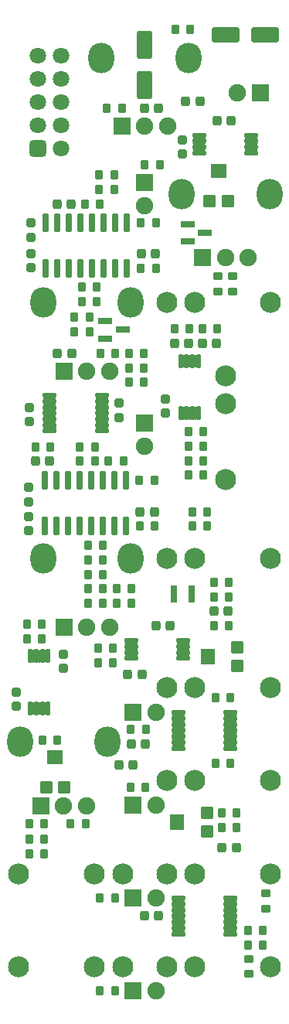
<source format=gbr>
%TF.GenerationSoftware,KiCad,Pcbnew,(6.0.9)*%
%TF.CreationDate,2022-12-28T20:00:02-08:00*%
%TF.ProjectId,kilter,6b696c74-6572-42e6-9b69-6361645f7063,rev?*%
%TF.SameCoordinates,Original*%
%TF.FileFunction,Soldermask,Bot*%
%TF.FilePolarity,Negative*%
%FSLAX46Y46*%
G04 Gerber Fmt 4.6, Leading zero omitted, Abs format (unit mm)*
G04 Created by KiCad (PCBNEW (6.0.9)) date 2022-12-28 20:00:02*
%MOMM*%
%LPD*%
G01*
G04 APERTURE LIST*
G04 Aperture macros list*
%AMRoundRect*
0 Rectangle with rounded corners*
0 $1 Rounding radius*
0 $2 $3 $4 $5 $6 $7 $8 $9 X,Y pos of 4 corners*
0 Add a 4 corners polygon primitive as box body*
4,1,4,$2,$3,$4,$5,$6,$7,$8,$9,$2,$3,0*
0 Add four circle primitives for the rounded corners*
1,1,$1+$1,$2,$3*
1,1,$1+$1,$4,$5*
1,1,$1+$1,$6,$7*
1,1,$1+$1,$8,$9*
0 Add four rect primitives between the rounded corners*
20,1,$1+$1,$2,$3,$4,$5,0*
20,1,$1+$1,$4,$5,$6,$7,0*
20,1,$1+$1,$6,$7,$8,$9,0*
20,1,$1+$1,$8,$9,$2,$3,0*%
G04 Aperture macros list end*
%ADD10RoundRect,0.051000X-0.900000X-0.900000X0.900000X-0.900000X0.900000X0.900000X-0.900000X0.900000X0*%
%ADD11C,1.902000*%
%ADD12C,2.302000*%
%ADD13RoundRect,0.051000X-0.900000X0.900000X-0.900000X-0.900000X0.900000X-0.900000X0.900000X0.900000X0*%
%ADD14O,2.822000X3.342000*%
%ADD15RoundRect,0.051000X0.900000X0.900000X-0.900000X0.900000X-0.900000X-0.900000X0.900000X-0.900000X0*%
%ADD16RoundRect,0.276000X0.225000X0.250000X-0.225000X0.250000X-0.225000X-0.250000X0.225000X-0.250000X0*%
%ADD17RoundRect,0.301000X-1.250000X-0.550000X1.250000X-0.550000X1.250000X0.550000X-1.250000X0.550000X0*%
%ADD18RoundRect,0.301000X-0.550000X1.250000X-0.550000X-1.250000X0.550000X-1.250000X0.550000X1.250000X0*%
%ADD19RoundRect,0.251000X-0.200000X-0.275000X0.200000X-0.275000X0.200000X0.275000X-0.200000X0.275000X0*%
%ADD20RoundRect,0.301000X-0.600000X-0.600000X0.600000X-0.600000X0.600000X0.600000X-0.600000X0.600000X0*%
%ADD21C,1.802000*%
%ADD22RoundRect,0.276000X-0.250000X0.225000X-0.250000X-0.225000X0.250000X-0.225000X0.250000X0.225000X0*%
%ADD23RoundRect,0.276000X-0.225000X-0.250000X0.225000X-0.250000X0.225000X0.250000X-0.225000X0.250000X0*%
%ADD24RoundRect,0.276000X0.250000X-0.225000X0.250000X0.225000X-0.250000X0.225000X-0.250000X-0.225000X0*%
%ADD25RoundRect,0.051000X-0.325000X-0.200000X0.325000X-0.200000X0.325000X0.200000X-0.325000X0.200000X0*%
%ADD26RoundRect,0.201000X-0.587500X-0.150000X0.587500X-0.150000X0.587500X0.150000X-0.587500X0.150000X0*%
%ADD27RoundRect,0.251000X0.200000X0.275000X-0.200000X0.275000X-0.200000X-0.275000X0.200000X-0.275000X0*%
%ADD28RoundRect,0.251000X0.275000X-0.200000X0.275000X0.200000X-0.275000X0.200000X-0.275000X-0.200000X0*%
%ADD29RoundRect,0.251000X-0.275000X0.200000X-0.275000X-0.200000X0.275000X-0.200000X0.275000X0.200000X0*%
%ADD30RoundRect,0.051000X0.600000X-0.600000X0.600000X0.600000X-0.600000X0.600000X-0.600000X-0.600000X0*%
%ADD31RoundRect,0.051000X0.800000X-0.750000X0.800000X0.750000X-0.800000X0.750000X-0.800000X-0.750000X0*%
%ADD32RoundRect,0.051000X0.600000X0.600000X-0.600000X0.600000X-0.600000X-0.600000X0.600000X-0.600000X0*%
%ADD33RoundRect,0.051000X0.750000X0.800000X-0.750000X0.800000X-0.750000X-0.800000X0.750000X-0.800000X0*%
%ADD34RoundRect,0.151000X0.637500X0.100000X-0.637500X0.100000X-0.637500X-0.100000X0.637500X-0.100000X0*%
%ADD35RoundRect,0.201000X0.150000X-0.825000X0.150000X0.825000X-0.150000X0.825000X-0.150000X-0.825000X0*%
%ADD36RoundRect,0.151000X0.100000X-0.637500X0.100000X0.637500X-0.100000X0.637500X-0.100000X-0.637500X0*%
%ADD37RoundRect,0.151000X-0.100000X0.637500X-0.100000X-0.637500X0.100000X-0.637500X0.100000X0.637500X0*%
G04 APERTURE END LIST*
D10*
%TO.C,D1*%
X13970000Y-87189000D03*
D11*
X16510000Y-87189000D03*
%TD*%
D12*
%TO.C,J2*%
X17640000Y-84540000D03*
X20740000Y-84540000D03*
X29040000Y-84540000D03*
%TD*%
%TO.C,J1*%
X12830000Y-115080000D03*
X9730000Y-115080000D03*
X1430000Y-115080000D03*
%TD*%
D10*
%TO.C,D2*%
X13970000Y-97369000D03*
D11*
X16510000Y-97369000D03*
%TD*%
D10*
%TO.C,D3*%
X13970000Y-107549000D03*
D11*
X16510000Y-107549000D03*
%TD*%
D10*
%TO.C,D4*%
X13970000Y-117729000D03*
D11*
X16510000Y-117729000D03*
%TD*%
D13*
%TO.C,D5*%
X15240000Y-29210000D03*
D11*
X15240000Y-31750000D03*
%TD*%
D12*
%TO.C,J3*%
X12830000Y-104900000D03*
X9730000Y-104900000D03*
X1430000Y-104900000D03*
%TD*%
%TO.C,J4*%
X17640000Y-94720000D03*
X20740000Y-94720000D03*
X29040000Y-94720000D03*
%TD*%
%TO.C,J5*%
X17640000Y-104900000D03*
X20740000Y-104900000D03*
X29040000Y-104900000D03*
%TD*%
%TO.C,J7*%
X17640000Y-115080000D03*
X20740000Y-115080000D03*
X29040000Y-115080000D03*
%TD*%
%TO.C,J8*%
X17640000Y-42360000D03*
X20740000Y-42360000D03*
X29040000Y-42360000D03*
%TD*%
%TO.C,J9*%
X17640000Y-70390000D03*
X20740000Y-70390000D03*
X29040000Y-70390000D03*
%TD*%
%TO.C,J10*%
X24120000Y-50370000D03*
X24120000Y-53470000D03*
X24120000Y-61770000D03*
%TD*%
D14*
%TO.C,RV2*%
X1550000Y-90460000D03*
X11150000Y-90460000D03*
D15*
X3850000Y-97460000D03*
D11*
X6350000Y-97460000D03*
X8850000Y-97460000D03*
%TD*%
D14*
%TO.C,RV9*%
X4090000Y-70390400D03*
X13690000Y-70390400D03*
D15*
X6390000Y-77890400D03*
D11*
X8890000Y-77890400D03*
X11390000Y-77890400D03*
%TD*%
D14*
%TO.C,RV6*%
X20040000Y-15559800D03*
X10440000Y-15559800D03*
D15*
X12740000Y-23059800D03*
D11*
X15240000Y-23059800D03*
X17740000Y-23059800D03*
%TD*%
D14*
%TO.C,RV4*%
X28904000Y-30480000D03*
X19304000Y-30480000D03*
D15*
X21604000Y-37480000D03*
D11*
X24104000Y-37480000D03*
X26604000Y-37480000D03*
%TD*%
D14*
%TO.C,RV7*%
X4090000Y-42360000D03*
X13690000Y-42360000D03*
D15*
X6390000Y-49860000D03*
D11*
X8890000Y-49860000D03*
X11390000Y-49860000D03*
%TD*%
D13*
%TO.C,D7*%
X15240000Y-55575200D03*
D11*
X15240000Y-58115200D03*
%TD*%
D16*
%TO.C,C8*%
X15291000Y-90741500D03*
X13741000Y-90741500D03*
%TD*%
%TO.C,C9*%
X13957500Y-92964000D03*
X12407500Y-92964000D03*
%TD*%
%TO.C,C10*%
X16751500Y-109537500D03*
X15201500Y-109537500D03*
%TD*%
%TO.C,C11*%
X25260500Y-102044500D03*
X23710500Y-102044500D03*
%TD*%
D17*
%TO.C,C1*%
X24066500Y-13081000D03*
X28466500Y-13081000D03*
%TD*%
D18*
%TO.C,C4*%
X15240000Y-14142000D03*
X15240000Y-18542000D03*
%TD*%
D16*
%TO.C,C2*%
X21285500Y-20320000D03*
X19735500Y-20320000D03*
%TD*%
%TO.C,C5*%
X16777000Y-21145500D03*
X15227000Y-21145500D03*
%TD*%
D19*
%TO.C,FB1*%
X18580500Y-12446000D03*
X20230500Y-12446000D03*
%TD*%
%TO.C,FB2*%
X11087500Y-21145500D03*
X12737500Y-21145500D03*
%TD*%
D20*
%TO.C,J6*%
X3556000Y-25527000D03*
D21*
X6096000Y-25527000D03*
X3556000Y-22987000D03*
X6096000Y-22987000D03*
X3556000Y-20447000D03*
X6096000Y-20447000D03*
X3556000Y-17907000D03*
X6096000Y-17907000D03*
X3556000Y-15367000D03*
X6096000Y-15367000D03*
%TD*%
D19*
%TO.C,R1*%
X13716500Y-89090500D03*
X15366500Y-89090500D03*
%TD*%
D22*
%TO.C,C6*%
X1143000Y-85013500D03*
X1143000Y-86563500D03*
%TD*%
%TO.C,C7*%
X6350000Y-80860500D03*
X6350000Y-82410500D03*
%TD*%
D23*
%TO.C,C14*%
X14744500Y-65278000D03*
X16294500Y-65278000D03*
%TD*%
%TO.C,C26*%
X22847000Y-76174600D03*
X24397000Y-76174600D03*
%TD*%
D16*
%TO.C,C12*%
X4839000Y-59753500D03*
X3289000Y-59753500D03*
%TD*%
D23*
%TO.C,C27*%
X18529000Y-46863000D03*
X20079000Y-46863000D03*
%TD*%
D24*
%TO.C,C15*%
X2603500Y-55423000D03*
X2603500Y-53873000D03*
%TD*%
D16*
%TO.C,C20*%
X24727200Y-22428200D03*
X23177200Y-22428200D03*
%TD*%
D24*
%TO.C,C28*%
X2540000Y-67361000D03*
X2540000Y-65811000D03*
%TD*%
%TO.C,C16*%
X12446000Y-54940500D03*
X12446000Y-53390500D03*
%TD*%
D22*
%TO.C,C21*%
X19380200Y-24574200D03*
X19380200Y-26124200D03*
%TD*%
%TO.C,C29*%
X2540000Y-62623500D03*
X2540000Y-64173500D03*
%TD*%
D16*
%TO.C,C24*%
X18021500Y-77774800D03*
X16471500Y-77774800D03*
%TD*%
%TO.C,C25*%
X14922700Y-83058000D03*
X13372700Y-83058000D03*
%TD*%
D15*
%TO.C,D6*%
X27894200Y-19431000D03*
D11*
X25354200Y-19431000D03*
%TD*%
D25*
%TO.C,Q1*%
X18455600Y-74919600D03*
X18455600Y-74269600D03*
X18455600Y-73619600D03*
X20355600Y-73619600D03*
X20355600Y-74269600D03*
X20355600Y-74919600D03*
%TD*%
D26*
%TO.C,Q3*%
X19915900Y-35671800D03*
X19915900Y-33771800D03*
X21790900Y-34721800D03*
%TD*%
D19*
%TO.C,R6*%
X2578500Y-99441000D03*
X4228500Y-99441000D03*
%TD*%
%TO.C,R7*%
X2578500Y-102743000D03*
X4228500Y-102743000D03*
%TD*%
%TO.C,R9*%
X2324500Y-77597000D03*
X3974500Y-77597000D03*
%TD*%
%TO.C,R3*%
X2324500Y-79184500D03*
X3974500Y-79184500D03*
%TD*%
D27*
%TO.C,R4*%
X24650200Y-85623400D03*
X23000200Y-85623400D03*
%TD*%
D19*
%TO.C,R10*%
X23000200Y-92837000D03*
X24650200Y-92837000D03*
%TD*%
D28*
%TO.C,R12*%
X28511500Y-108711500D03*
X28511500Y-107061500D03*
%TD*%
D29*
%TO.C,R16*%
X26606500Y-114237000D03*
X26606500Y-115887000D03*
%TD*%
D19*
%TO.C,R5*%
X13691000Y-95440500D03*
X15341000Y-95440500D03*
%TD*%
%TO.C,R11*%
X10325500Y-107569000D03*
X11975500Y-107569000D03*
%TD*%
%TO.C,R14*%
X10325500Y-117729000D03*
X11975500Y-117729000D03*
%TD*%
%TO.C,R22*%
X9017500Y-70548500D03*
X10667500Y-70548500D03*
%TD*%
D27*
%TO.C,R56*%
X22110200Y-65265300D03*
X20460200Y-65265300D03*
%TD*%
D19*
%TO.C,R52*%
X9017500Y-75285600D03*
X10667500Y-75285600D03*
%TD*%
D27*
%TO.C,R20*%
X4889000Y-58166000D03*
X3239000Y-58166000D03*
%TD*%
D19*
%TO.C,R37*%
X13488000Y-51117500D03*
X15138000Y-51117500D03*
%TD*%
D27*
%TO.C,R38*%
X15150500Y-49530000D03*
X13500500Y-49530000D03*
%TD*%
D19*
%TO.C,R53*%
X12129000Y-75285600D03*
X13779000Y-75285600D03*
%TD*%
%TO.C,R26*%
X9017500Y-73723500D03*
X10667500Y-73723500D03*
%TD*%
D27*
%TO.C,R47*%
X22110200Y-66840100D03*
X20460200Y-66840100D03*
%TD*%
D19*
%TO.C,R51*%
X12129000Y-73710800D03*
X13779000Y-73710800D03*
%TD*%
%TO.C,R33*%
X9017500Y-72136000D03*
X10667500Y-72136000D03*
%TD*%
D27*
%TO.C,R34*%
X10667500Y-68961000D03*
X9017500Y-68961000D03*
%TD*%
%TO.C,R48*%
X24447000Y-72999600D03*
X22797000Y-72999600D03*
%TD*%
D19*
%TO.C,R50*%
X22797000Y-77774800D03*
X24447000Y-77774800D03*
%TD*%
%TO.C,R25*%
X14694500Y-66865500D03*
X16344500Y-66865500D03*
%TD*%
D27*
%TO.C,R43*%
X24447000Y-74574400D03*
X22797000Y-74574400D03*
%TD*%
%TO.C,R27*%
X12890000Y-59753500D03*
X11240000Y-59753500D03*
%TD*%
%TO.C,R36*%
X16903200Y-27279600D03*
X15253200Y-27279600D03*
%TD*%
D19*
%TO.C,R30*%
X8128500Y-59753500D03*
X9778500Y-59753500D03*
%TD*%
D27*
%TO.C,R29*%
X9778500Y-58166000D03*
X8128500Y-58166000D03*
%TD*%
%TO.C,R35*%
X15150500Y-47942500D03*
X13500500Y-47942500D03*
%TD*%
D28*
%TO.C,R46*%
X23241000Y-41160200D03*
X23241000Y-39510200D03*
%TD*%
D27*
%TO.C,R39*%
X16471500Y-33655000D03*
X14821500Y-33655000D03*
%TD*%
D29*
%TO.C,R45*%
X24841200Y-39510200D03*
X24841200Y-41160200D03*
%TD*%
D19*
%TO.C,R23*%
X14631000Y-61849000D03*
X16281000Y-61849000D03*
%TD*%
%TO.C,R42*%
X10249500Y-28384500D03*
X11899500Y-28384500D03*
%TD*%
%TO.C,R41*%
X10249500Y-29972000D03*
X11899500Y-29972000D03*
%TD*%
D27*
%TO.C,R40*%
X10324500Y-31623000D03*
X8674500Y-31623000D03*
%TD*%
D19*
%TO.C,R44*%
X21527000Y-45275500D03*
X23177000Y-45275500D03*
%TD*%
D27*
%TO.C,R49*%
X20129000Y-45275500D03*
X18479000Y-45275500D03*
%TD*%
D30*
%TO.C,RV1*%
X6435600Y-95400600D03*
D31*
X5435600Y-92150600D03*
D30*
X4435600Y-95400600D03*
%TD*%
D32*
%TO.C,RV8*%
X25371200Y-80153000D03*
D33*
X22121200Y-81153000D03*
D32*
X25371200Y-82153000D03*
%TD*%
D34*
%TO.C,U1*%
X24643000Y-87267500D03*
X24643000Y-87917500D03*
X24643000Y-88567500D03*
X24643000Y-89217500D03*
X24643000Y-89867500D03*
X24643000Y-90517500D03*
X24643000Y-91167500D03*
X18918000Y-91167500D03*
X18918000Y-90517500D03*
X18918000Y-89867500D03*
X18918000Y-89217500D03*
X18918000Y-88567500D03*
X18918000Y-87917500D03*
X18918000Y-87267500D03*
%TD*%
%TO.C,U8*%
X26916300Y-24044000D03*
X26916300Y-24694000D03*
X26916300Y-25344000D03*
X26916300Y-25994000D03*
X21191300Y-25994000D03*
X21191300Y-25344000D03*
X21191300Y-24694000D03*
X21191300Y-24044000D03*
%TD*%
%TO.C,U10*%
X19474100Y-79390600D03*
X19474100Y-80040600D03*
X19474100Y-80690600D03*
X19474100Y-81340600D03*
X13749100Y-81340600D03*
X13749100Y-80690600D03*
X13749100Y-80040600D03*
X13749100Y-79390600D03*
%TD*%
D35*
%TO.C,U6*%
X13144500Y-66800500D03*
X11874500Y-66800500D03*
X10604500Y-66800500D03*
X9334500Y-66800500D03*
X8064500Y-66800500D03*
X6794500Y-66800500D03*
X5524500Y-66800500D03*
X4254500Y-66800500D03*
X4254500Y-61850500D03*
X5524500Y-61850500D03*
X6794500Y-61850500D03*
X8064500Y-61850500D03*
X9334500Y-61850500D03*
X10604500Y-61850500D03*
X11874500Y-61850500D03*
X13144500Y-61850500D03*
%TD*%
D26*
%TO.C,U4*%
X10939500Y-46305000D03*
X10939500Y-44405000D03*
X12814500Y-45355000D03*
%TD*%
D19*
%TO.C,R55*%
X20003000Y-56515000D03*
X21653000Y-56515000D03*
%TD*%
D27*
%TO.C,R13*%
X12039000Y-47942500D03*
X10389000Y-47942500D03*
%TD*%
D34*
%TO.C,U3*%
X24643000Y-107587500D03*
X24643000Y-108237500D03*
X24643000Y-108887500D03*
X24643000Y-109537500D03*
X24643000Y-110187500D03*
X24643000Y-110837500D03*
X24643000Y-111487500D03*
X18918000Y-111487500D03*
X18918000Y-110837500D03*
X18918000Y-110187500D03*
X18918000Y-109537500D03*
X18918000Y-108887500D03*
X18918000Y-108237500D03*
X18918000Y-107587500D03*
%TD*%
%TO.C,U5*%
X10546000Y-52533000D03*
X10546000Y-53183000D03*
X10546000Y-53833000D03*
X10546000Y-54483000D03*
X10546000Y-55133000D03*
X10546000Y-55783000D03*
X10546000Y-56433000D03*
X4821000Y-56433000D03*
X4821000Y-55783000D03*
X4821000Y-55133000D03*
X4821000Y-54483000D03*
X4821000Y-53833000D03*
X4821000Y-53183000D03*
X4821000Y-52533000D03*
%TD*%
D16*
%TO.C,C3*%
X7226500Y-47942500D03*
X5676500Y-47942500D03*
%TD*%
D23*
%TO.C,C13*%
X14871500Y-37020500D03*
X16421500Y-37020500D03*
%TD*%
D27*
%TO.C,R2*%
X5651000Y-90246200D03*
X4001000Y-90246200D03*
%TD*%
%TO.C,R17*%
X25310500Y-98234500D03*
X23660500Y-98234500D03*
%TD*%
%TO.C,R19*%
X25310500Y-99822000D03*
X23660500Y-99822000D03*
%TD*%
D32*
%TO.C,RV3*%
X22056500Y-98250500D03*
D33*
X18806500Y-99250500D03*
D32*
X22056500Y-100250500D03*
%TD*%
D27*
%TO.C,R21*%
X10007000Y-40703500D03*
X8357000Y-40703500D03*
%TD*%
D19*
%TO.C,R24*%
X14821500Y-38608000D03*
X16471500Y-38608000D03*
%TD*%
%TO.C,R31*%
X7531600Y-44005500D03*
X9181600Y-44005500D03*
%TD*%
%TO.C,R32*%
X8357000Y-42291000D03*
X10007000Y-42291000D03*
%TD*%
%TO.C,R54*%
X20003000Y-61277500D03*
X21653000Y-61277500D03*
%TD*%
D27*
%TO.C,R57*%
X21653000Y-58102500D03*
X20003000Y-58102500D03*
%TD*%
D19*
%TO.C,R58*%
X20003000Y-59690000D03*
X21653000Y-59690000D03*
%TD*%
D30*
%TO.C,RV5*%
X24342600Y-31238600D03*
D31*
X23342600Y-27988600D03*
D30*
X22342600Y-31238600D03*
%TD*%
D36*
%TO.C,U2*%
X4658000Y-86809500D03*
X4008000Y-86809500D03*
X3358000Y-86809500D03*
X2708000Y-86809500D03*
X2708000Y-81084500D03*
X3358000Y-81084500D03*
X4008000Y-81084500D03*
X4658000Y-81084500D03*
%TD*%
D24*
%TO.C,C18*%
X2794000Y-38583000D03*
X2794000Y-37033000D03*
%TD*%
D22*
%TO.C,C19*%
X2794000Y-33667500D03*
X2794000Y-35217500D03*
%TD*%
D35*
%TO.C,U7*%
X13271500Y-38606500D03*
X12001500Y-38606500D03*
X10731500Y-38606500D03*
X9461500Y-38606500D03*
X8191500Y-38606500D03*
X6921500Y-38606500D03*
X5651500Y-38606500D03*
X4381500Y-38606500D03*
X4381500Y-33656500D03*
X5651500Y-33656500D03*
X6921500Y-33656500D03*
X8191500Y-33656500D03*
X9461500Y-33656500D03*
X10731500Y-33656500D03*
X12001500Y-33656500D03*
X13271500Y-33656500D03*
%TD*%
D16*
%TO.C,C17*%
X7163000Y-31623000D03*
X5613000Y-31623000D03*
%TD*%
D27*
%TO.C,R28*%
X9181600Y-45593000D03*
X7531600Y-45593000D03*
%TD*%
D19*
%TO.C,R8*%
X2578500Y-101092000D03*
X4228500Y-101092000D03*
%TD*%
D16*
%TO.C,C22*%
X23127000Y-46863000D03*
X21577000Y-46863000D03*
%TD*%
D24*
%TO.C,C23*%
X17526000Y-54496000D03*
X17526000Y-52946000D03*
%TD*%
D37*
%TO.C,U9*%
X19154500Y-48763000D03*
X19804500Y-48763000D03*
X20454500Y-48763000D03*
X21104500Y-48763000D03*
X21104500Y-54488000D03*
X20454500Y-54488000D03*
X19804500Y-54488000D03*
X19154500Y-54488000D03*
%TD*%
D27*
%TO.C,R15*%
X28193500Y-112712500D03*
X26543500Y-112712500D03*
%TD*%
%TO.C,R18*%
X28193500Y-111125000D03*
X26543500Y-111125000D03*
%TD*%
D19*
%TO.C,R59*%
X7099800Y-99441000D03*
X8749800Y-99441000D03*
%TD*%
%TO.C,R60*%
X10097000Y-80187800D03*
X11747000Y-80187800D03*
%TD*%
%TO.C,R61*%
X10097000Y-81813400D03*
X11747000Y-81813400D03*
%TD*%
G36*
X25358087Y-111064977D02*
G01*
X25357626Y-111066391D01*
X25318303Y-111113444D01*
X25309670Y-111182160D01*
X25339633Y-111244789D01*
X25348303Y-111252300D01*
X25348957Y-111254190D01*
X25347647Y-111255702D01*
X25345882Y-111255475D01*
X25337506Y-111249879D01*
X25280301Y-111238500D01*
X24005699Y-111238500D01*
X23948494Y-111249879D01*
X23931020Y-111261555D01*
X23929024Y-111261686D01*
X23927913Y-111260023D01*
X23928374Y-111258609D01*
X23967697Y-111211556D01*
X23976330Y-111142840D01*
X23946367Y-111080211D01*
X23937697Y-111072700D01*
X23937043Y-111070810D01*
X23938353Y-111069298D01*
X23940118Y-111069525D01*
X23948494Y-111075121D01*
X24005699Y-111086500D01*
X25280301Y-111086500D01*
X25337506Y-111075121D01*
X25354980Y-111063445D01*
X25356976Y-111063314D01*
X25358087Y-111064977D01*
G37*
G36*
X19633087Y-111064977D02*
G01*
X19632626Y-111066391D01*
X19593303Y-111113444D01*
X19584670Y-111182160D01*
X19614633Y-111244789D01*
X19623303Y-111252300D01*
X19623957Y-111254190D01*
X19622647Y-111255702D01*
X19620882Y-111255475D01*
X19612506Y-111249879D01*
X19555301Y-111238500D01*
X18280699Y-111238500D01*
X18223494Y-111249879D01*
X18206020Y-111261555D01*
X18204024Y-111261686D01*
X18202913Y-111260023D01*
X18203374Y-111258609D01*
X18242697Y-111211556D01*
X18251330Y-111142840D01*
X18221367Y-111080211D01*
X18212697Y-111072700D01*
X18212043Y-111070810D01*
X18213353Y-111069298D01*
X18215118Y-111069525D01*
X18223494Y-111075121D01*
X18280699Y-111086500D01*
X19555301Y-111086500D01*
X19612506Y-111075121D01*
X19629980Y-111063445D01*
X19631976Y-111063314D01*
X19633087Y-111064977D01*
G37*
G36*
X25358087Y-110414977D02*
G01*
X25357626Y-110416391D01*
X25318303Y-110463444D01*
X25309670Y-110532160D01*
X25339633Y-110594789D01*
X25348303Y-110602300D01*
X25348957Y-110604190D01*
X25347647Y-110605702D01*
X25345882Y-110605475D01*
X25337506Y-110599879D01*
X25280301Y-110588500D01*
X24005699Y-110588500D01*
X23948494Y-110599879D01*
X23931020Y-110611555D01*
X23929024Y-110611686D01*
X23927913Y-110610023D01*
X23928374Y-110608609D01*
X23967697Y-110561556D01*
X23976330Y-110492840D01*
X23946367Y-110430211D01*
X23937697Y-110422700D01*
X23937043Y-110420810D01*
X23938353Y-110419298D01*
X23940118Y-110419525D01*
X23948494Y-110425121D01*
X24005699Y-110436500D01*
X25280301Y-110436500D01*
X25337506Y-110425121D01*
X25354980Y-110413445D01*
X25356976Y-110413314D01*
X25358087Y-110414977D01*
G37*
G36*
X19633087Y-110414977D02*
G01*
X19632626Y-110416391D01*
X19593303Y-110463444D01*
X19584670Y-110532160D01*
X19614633Y-110594789D01*
X19623303Y-110602300D01*
X19623957Y-110604190D01*
X19622647Y-110605702D01*
X19620882Y-110605475D01*
X19612506Y-110599879D01*
X19555301Y-110588500D01*
X18280699Y-110588500D01*
X18223494Y-110599879D01*
X18206020Y-110611555D01*
X18204024Y-110611686D01*
X18202913Y-110610023D01*
X18203374Y-110608609D01*
X18242697Y-110561556D01*
X18251330Y-110492840D01*
X18221367Y-110430211D01*
X18212697Y-110422700D01*
X18212043Y-110420810D01*
X18213353Y-110419298D01*
X18215118Y-110419525D01*
X18223494Y-110425121D01*
X18280699Y-110436500D01*
X19555301Y-110436500D01*
X19612506Y-110425121D01*
X19629980Y-110413445D01*
X19631976Y-110413314D01*
X19633087Y-110414977D01*
G37*
G36*
X19633087Y-109764977D02*
G01*
X19632626Y-109766391D01*
X19593303Y-109813444D01*
X19584670Y-109882160D01*
X19614633Y-109944789D01*
X19623303Y-109952300D01*
X19623957Y-109954190D01*
X19622647Y-109955702D01*
X19620882Y-109955475D01*
X19612506Y-109949879D01*
X19555301Y-109938500D01*
X18280699Y-109938500D01*
X18223494Y-109949879D01*
X18206020Y-109961555D01*
X18204024Y-109961686D01*
X18202913Y-109960023D01*
X18203374Y-109958609D01*
X18242697Y-109911556D01*
X18251330Y-109842840D01*
X18221367Y-109780211D01*
X18212697Y-109772700D01*
X18212043Y-109770810D01*
X18213353Y-109769298D01*
X18215118Y-109769525D01*
X18223494Y-109775121D01*
X18280699Y-109786500D01*
X19555301Y-109786500D01*
X19612506Y-109775121D01*
X19629980Y-109763445D01*
X19631976Y-109763314D01*
X19633087Y-109764977D01*
G37*
G36*
X25358087Y-109764977D02*
G01*
X25357626Y-109766391D01*
X25318303Y-109813444D01*
X25309670Y-109882160D01*
X25339633Y-109944789D01*
X25348303Y-109952300D01*
X25348957Y-109954190D01*
X25347647Y-109955702D01*
X25345882Y-109955475D01*
X25337506Y-109949879D01*
X25280301Y-109938500D01*
X24005699Y-109938500D01*
X23948494Y-109949879D01*
X23931020Y-109961555D01*
X23929024Y-109961686D01*
X23927913Y-109960023D01*
X23928374Y-109958609D01*
X23967697Y-109911556D01*
X23976330Y-109842840D01*
X23946367Y-109780211D01*
X23937697Y-109772700D01*
X23937043Y-109770810D01*
X23938353Y-109769298D01*
X23940118Y-109769525D01*
X23948494Y-109775121D01*
X24005699Y-109786500D01*
X25280301Y-109786500D01*
X25337506Y-109775121D01*
X25354980Y-109763445D01*
X25356976Y-109763314D01*
X25358087Y-109764977D01*
G37*
G36*
X25358087Y-109114977D02*
G01*
X25357626Y-109116391D01*
X25318303Y-109163444D01*
X25309670Y-109232160D01*
X25339633Y-109294789D01*
X25348303Y-109302300D01*
X25348957Y-109304190D01*
X25347647Y-109305702D01*
X25345882Y-109305475D01*
X25337506Y-109299879D01*
X25280301Y-109288500D01*
X24005699Y-109288500D01*
X23948494Y-109299879D01*
X23931020Y-109311555D01*
X23929024Y-109311686D01*
X23927913Y-109310023D01*
X23928374Y-109308609D01*
X23967697Y-109261556D01*
X23976330Y-109192840D01*
X23946367Y-109130211D01*
X23937697Y-109122700D01*
X23937043Y-109120810D01*
X23938353Y-109119298D01*
X23940118Y-109119525D01*
X23948494Y-109125121D01*
X24005699Y-109136500D01*
X25280301Y-109136500D01*
X25337506Y-109125121D01*
X25354980Y-109113445D01*
X25356976Y-109113314D01*
X25358087Y-109114977D01*
G37*
G36*
X19633087Y-109114977D02*
G01*
X19632626Y-109116391D01*
X19593303Y-109163444D01*
X19584670Y-109232160D01*
X19614633Y-109294789D01*
X19623303Y-109302300D01*
X19623957Y-109304190D01*
X19622647Y-109305702D01*
X19620882Y-109305475D01*
X19612506Y-109299879D01*
X19555301Y-109288500D01*
X18280699Y-109288500D01*
X18223494Y-109299879D01*
X18206020Y-109311555D01*
X18204024Y-109311686D01*
X18202913Y-109310023D01*
X18203374Y-109308609D01*
X18242697Y-109261556D01*
X18251330Y-109192840D01*
X18221367Y-109130211D01*
X18212697Y-109122700D01*
X18212043Y-109120810D01*
X18213353Y-109119298D01*
X18215118Y-109119525D01*
X18223494Y-109125121D01*
X18280699Y-109136500D01*
X19555301Y-109136500D01*
X19612506Y-109125121D01*
X19629980Y-109113445D01*
X19631976Y-109113314D01*
X19633087Y-109114977D01*
G37*
G36*
X25358087Y-108464977D02*
G01*
X25357626Y-108466391D01*
X25318303Y-108513444D01*
X25309670Y-108582160D01*
X25339633Y-108644789D01*
X25348303Y-108652300D01*
X25348957Y-108654190D01*
X25347647Y-108655702D01*
X25345882Y-108655475D01*
X25337506Y-108649879D01*
X25280301Y-108638500D01*
X24005699Y-108638500D01*
X23948494Y-108649879D01*
X23931020Y-108661555D01*
X23929024Y-108661686D01*
X23927913Y-108660023D01*
X23928374Y-108658609D01*
X23967697Y-108611556D01*
X23976330Y-108542840D01*
X23946367Y-108480211D01*
X23937697Y-108472700D01*
X23937043Y-108470810D01*
X23938353Y-108469298D01*
X23940118Y-108469525D01*
X23948494Y-108475121D01*
X24005699Y-108486500D01*
X25280301Y-108486500D01*
X25337506Y-108475121D01*
X25354980Y-108463445D01*
X25356976Y-108463314D01*
X25358087Y-108464977D01*
G37*
G36*
X19633087Y-108464977D02*
G01*
X19632626Y-108466391D01*
X19593303Y-108513444D01*
X19584670Y-108582160D01*
X19614633Y-108644789D01*
X19623303Y-108652300D01*
X19623957Y-108654190D01*
X19622647Y-108655702D01*
X19620882Y-108655475D01*
X19612506Y-108649879D01*
X19555301Y-108638500D01*
X18280699Y-108638500D01*
X18223494Y-108649879D01*
X18206020Y-108661555D01*
X18204024Y-108661686D01*
X18202913Y-108660023D01*
X18203374Y-108658609D01*
X18242697Y-108611556D01*
X18251330Y-108542840D01*
X18221367Y-108480211D01*
X18212697Y-108472700D01*
X18212043Y-108470810D01*
X18213353Y-108469298D01*
X18215118Y-108469525D01*
X18223494Y-108475121D01*
X18280699Y-108486500D01*
X19555301Y-108486500D01*
X19612506Y-108475121D01*
X19629980Y-108463445D01*
X19631976Y-108463314D01*
X19633087Y-108464977D01*
G37*
G36*
X25358087Y-107814977D02*
G01*
X25357626Y-107816391D01*
X25318303Y-107863444D01*
X25309670Y-107932160D01*
X25339633Y-107994789D01*
X25348303Y-108002300D01*
X25348957Y-108004190D01*
X25347647Y-108005702D01*
X25345882Y-108005475D01*
X25337506Y-107999879D01*
X25280301Y-107988500D01*
X24005699Y-107988500D01*
X23948494Y-107999879D01*
X23931020Y-108011555D01*
X23929024Y-108011686D01*
X23927913Y-108010023D01*
X23928374Y-108008609D01*
X23967697Y-107961556D01*
X23976330Y-107892840D01*
X23946367Y-107830211D01*
X23937697Y-107822700D01*
X23937043Y-107820810D01*
X23938353Y-107819298D01*
X23940118Y-107819525D01*
X23948494Y-107825121D01*
X24005699Y-107836500D01*
X25280301Y-107836500D01*
X25337506Y-107825121D01*
X25354980Y-107813445D01*
X25356976Y-107813314D01*
X25358087Y-107814977D01*
G37*
G36*
X19633087Y-107814977D02*
G01*
X19632626Y-107816391D01*
X19593303Y-107863444D01*
X19584670Y-107932160D01*
X19614633Y-107994789D01*
X19623303Y-108002300D01*
X19623957Y-108004190D01*
X19622647Y-108005702D01*
X19620882Y-108005475D01*
X19612506Y-107999879D01*
X19555301Y-107988500D01*
X18280699Y-107988500D01*
X18223494Y-107999879D01*
X18206020Y-108011555D01*
X18204024Y-108011686D01*
X18202913Y-108010023D01*
X18203374Y-108008609D01*
X18242697Y-107961556D01*
X18251330Y-107892840D01*
X18221367Y-107830211D01*
X18212697Y-107822700D01*
X18212043Y-107820810D01*
X18213353Y-107819298D01*
X18215118Y-107819525D01*
X18223494Y-107825121D01*
X18280699Y-107836500D01*
X19555301Y-107836500D01*
X19612506Y-107825121D01*
X19629980Y-107813445D01*
X19631976Y-107813314D01*
X19633087Y-107814977D01*
G37*
G36*
X25358087Y-90744977D02*
G01*
X25357626Y-90746391D01*
X25318303Y-90793444D01*
X25309670Y-90862160D01*
X25339633Y-90924789D01*
X25348303Y-90932300D01*
X25348957Y-90934190D01*
X25347647Y-90935702D01*
X25345882Y-90935475D01*
X25337506Y-90929879D01*
X25280301Y-90918500D01*
X24005699Y-90918500D01*
X23948494Y-90929879D01*
X23931020Y-90941555D01*
X23929024Y-90941686D01*
X23927913Y-90940023D01*
X23928374Y-90938609D01*
X23967697Y-90891556D01*
X23976330Y-90822840D01*
X23946367Y-90760211D01*
X23937697Y-90752700D01*
X23937043Y-90750810D01*
X23938353Y-90749298D01*
X23940118Y-90749525D01*
X23948494Y-90755121D01*
X24005699Y-90766500D01*
X25280301Y-90766500D01*
X25337506Y-90755121D01*
X25354980Y-90743445D01*
X25356976Y-90743314D01*
X25358087Y-90744977D01*
G37*
G36*
X19633087Y-90744977D02*
G01*
X19632626Y-90746391D01*
X19593303Y-90793444D01*
X19584670Y-90862160D01*
X19614633Y-90924789D01*
X19623303Y-90932300D01*
X19623957Y-90934190D01*
X19622647Y-90935702D01*
X19620882Y-90935475D01*
X19612506Y-90929879D01*
X19555301Y-90918500D01*
X18280699Y-90918500D01*
X18223494Y-90929879D01*
X18206020Y-90941555D01*
X18204024Y-90941686D01*
X18202913Y-90940023D01*
X18203374Y-90938609D01*
X18242697Y-90891556D01*
X18251330Y-90822840D01*
X18221367Y-90760211D01*
X18212697Y-90752700D01*
X18212043Y-90750810D01*
X18213353Y-90749298D01*
X18215118Y-90749525D01*
X18223494Y-90755121D01*
X18280699Y-90766500D01*
X19555301Y-90766500D01*
X19612506Y-90755121D01*
X19629980Y-90743445D01*
X19631976Y-90743314D01*
X19633087Y-90744977D01*
G37*
G36*
X25358087Y-90094977D02*
G01*
X25357626Y-90096391D01*
X25318303Y-90143444D01*
X25309670Y-90212160D01*
X25339633Y-90274789D01*
X25348303Y-90282300D01*
X25348957Y-90284190D01*
X25347647Y-90285702D01*
X25345882Y-90285475D01*
X25337506Y-90279879D01*
X25280301Y-90268500D01*
X24005699Y-90268500D01*
X23948494Y-90279879D01*
X23931020Y-90291555D01*
X23929024Y-90291686D01*
X23927913Y-90290023D01*
X23928374Y-90288609D01*
X23967697Y-90241556D01*
X23976330Y-90172840D01*
X23946367Y-90110211D01*
X23937697Y-90102700D01*
X23937043Y-90100810D01*
X23938353Y-90099298D01*
X23940118Y-90099525D01*
X23948494Y-90105121D01*
X24005699Y-90116500D01*
X25280301Y-90116500D01*
X25337506Y-90105121D01*
X25354980Y-90093445D01*
X25356976Y-90093314D01*
X25358087Y-90094977D01*
G37*
G36*
X19633087Y-90094977D02*
G01*
X19632626Y-90096391D01*
X19593303Y-90143444D01*
X19584670Y-90212160D01*
X19614633Y-90274789D01*
X19623303Y-90282300D01*
X19623957Y-90284190D01*
X19622647Y-90285702D01*
X19620882Y-90285475D01*
X19612506Y-90279879D01*
X19555301Y-90268500D01*
X18280699Y-90268500D01*
X18223494Y-90279879D01*
X18206020Y-90291555D01*
X18204024Y-90291686D01*
X18202913Y-90290023D01*
X18203374Y-90288609D01*
X18242697Y-90241556D01*
X18251330Y-90172840D01*
X18221367Y-90110211D01*
X18212697Y-90102700D01*
X18212043Y-90100810D01*
X18213353Y-90099298D01*
X18215118Y-90099525D01*
X18223494Y-90105121D01*
X18280699Y-90116500D01*
X19555301Y-90116500D01*
X19612506Y-90105121D01*
X19629980Y-90093445D01*
X19631976Y-90093314D01*
X19633087Y-90094977D01*
G37*
G36*
X19633087Y-89444977D02*
G01*
X19632626Y-89446391D01*
X19593303Y-89493444D01*
X19584670Y-89562160D01*
X19614633Y-89624789D01*
X19623303Y-89632300D01*
X19623957Y-89634190D01*
X19622647Y-89635702D01*
X19620882Y-89635475D01*
X19612506Y-89629879D01*
X19555301Y-89618500D01*
X18280699Y-89618500D01*
X18223494Y-89629879D01*
X18206020Y-89641555D01*
X18204024Y-89641686D01*
X18202913Y-89640023D01*
X18203374Y-89638609D01*
X18242697Y-89591556D01*
X18251330Y-89522840D01*
X18221367Y-89460211D01*
X18212697Y-89452700D01*
X18212043Y-89450810D01*
X18213353Y-89449298D01*
X18215118Y-89449525D01*
X18223494Y-89455121D01*
X18280699Y-89466500D01*
X19555301Y-89466500D01*
X19612506Y-89455121D01*
X19629980Y-89443445D01*
X19631976Y-89443314D01*
X19633087Y-89444977D01*
G37*
G36*
X25358087Y-89444977D02*
G01*
X25357626Y-89446391D01*
X25318303Y-89493444D01*
X25309670Y-89562160D01*
X25339633Y-89624789D01*
X25348303Y-89632300D01*
X25348957Y-89634190D01*
X25347647Y-89635702D01*
X25345882Y-89635475D01*
X25337506Y-89629879D01*
X25280301Y-89618500D01*
X24005699Y-89618500D01*
X23948494Y-89629879D01*
X23931020Y-89641555D01*
X23929024Y-89641686D01*
X23927913Y-89640023D01*
X23928374Y-89638609D01*
X23967697Y-89591556D01*
X23976330Y-89522840D01*
X23946367Y-89460211D01*
X23937697Y-89452700D01*
X23937043Y-89450810D01*
X23938353Y-89449298D01*
X23940118Y-89449525D01*
X23948494Y-89455121D01*
X24005699Y-89466500D01*
X25280301Y-89466500D01*
X25337506Y-89455121D01*
X25354980Y-89443445D01*
X25356976Y-89443314D01*
X25358087Y-89444977D01*
G37*
G36*
X19633087Y-88794977D02*
G01*
X19632626Y-88796391D01*
X19593303Y-88843444D01*
X19584670Y-88912160D01*
X19614633Y-88974789D01*
X19623303Y-88982300D01*
X19623957Y-88984190D01*
X19622647Y-88985702D01*
X19620882Y-88985475D01*
X19612506Y-88979879D01*
X19555301Y-88968500D01*
X18280699Y-88968500D01*
X18223494Y-88979879D01*
X18206020Y-88991555D01*
X18204024Y-88991686D01*
X18202913Y-88990023D01*
X18203374Y-88988609D01*
X18242697Y-88941556D01*
X18251330Y-88872840D01*
X18221367Y-88810211D01*
X18212697Y-88802700D01*
X18212043Y-88800810D01*
X18213353Y-88799298D01*
X18215118Y-88799525D01*
X18223494Y-88805121D01*
X18280699Y-88816500D01*
X19555301Y-88816500D01*
X19612506Y-88805121D01*
X19629980Y-88793445D01*
X19631976Y-88793314D01*
X19633087Y-88794977D01*
G37*
G36*
X25358087Y-88794977D02*
G01*
X25357626Y-88796391D01*
X25318303Y-88843444D01*
X25309670Y-88912160D01*
X25339633Y-88974789D01*
X25348303Y-88982300D01*
X25348957Y-88984190D01*
X25347647Y-88985702D01*
X25345882Y-88985475D01*
X25337506Y-88979879D01*
X25280301Y-88968500D01*
X24005699Y-88968500D01*
X23948494Y-88979879D01*
X23931020Y-88991555D01*
X23929024Y-88991686D01*
X23927913Y-88990023D01*
X23928374Y-88988609D01*
X23967697Y-88941556D01*
X23976330Y-88872840D01*
X23946367Y-88810211D01*
X23937697Y-88802700D01*
X23937043Y-88800810D01*
X23938353Y-88799298D01*
X23940118Y-88799525D01*
X23948494Y-88805121D01*
X24005699Y-88816500D01*
X25280301Y-88816500D01*
X25337506Y-88805121D01*
X25354980Y-88793445D01*
X25356976Y-88793314D01*
X25358087Y-88794977D01*
G37*
G36*
X19633087Y-88144977D02*
G01*
X19632626Y-88146391D01*
X19593303Y-88193444D01*
X19584670Y-88262160D01*
X19614633Y-88324789D01*
X19623303Y-88332300D01*
X19623957Y-88334190D01*
X19622647Y-88335702D01*
X19620882Y-88335475D01*
X19612506Y-88329879D01*
X19555301Y-88318500D01*
X18280699Y-88318500D01*
X18223494Y-88329879D01*
X18206020Y-88341555D01*
X18204024Y-88341686D01*
X18202913Y-88340023D01*
X18203374Y-88338609D01*
X18242697Y-88291556D01*
X18251330Y-88222840D01*
X18221367Y-88160211D01*
X18212697Y-88152700D01*
X18212043Y-88150810D01*
X18213353Y-88149298D01*
X18215118Y-88149525D01*
X18223494Y-88155121D01*
X18280699Y-88166500D01*
X19555301Y-88166500D01*
X19612506Y-88155121D01*
X19629980Y-88143445D01*
X19631976Y-88143314D01*
X19633087Y-88144977D01*
G37*
G36*
X25358087Y-88144977D02*
G01*
X25357626Y-88146391D01*
X25318303Y-88193444D01*
X25309670Y-88262160D01*
X25339633Y-88324789D01*
X25348303Y-88332300D01*
X25348957Y-88334190D01*
X25347647Y-88335702D01*
X25345882Y-88335475D01*
X25337506Y-88329879D01*
X25280301Y-88318500D01*
X24005699Y-88318500D01*
X23948494Y-88329879D01*
X23931020Y-88341555D01*
X23929024Y-88341686D01*
X23927913Y-88340023D01*
X23928374Y-88338609D01*
X23967697Y-88291556D01*
X23976330Y-88222840D01*
X23946367Y-88160211D01*
X23937697Y-88152700D01*
X23937043Y-88150810D01*
X23938353Y-88149298D01*
X23940118Y-88149525D01*
X23948494Y-88155121D01*
X24005699Y-88166500D01*
X25280301Y-88166500D01*
X25337506Y-88155121D01*
X25354980Y-88143445D01*
X25356976Y-88143314D01*
X25358087Y-88144977D01*
G37*
G36*
X25358087Y-87494977D02*
G01*
X25357626Y-87496391D01*
X25318303Y-87543444D01*
X25309670Y-87612160D01*
X25339633Y-87674789D01*
X25348303Y-87682300D01*
X25348957Y-87684190D01*
X25347647Y-87685702D01*
X25345882Y-87685475D01*
X25337506Y-87679879D01*
X25280301Y-87668500D01*
X24005699Y-87668500D01*
X23948494Y-87679879D01*
X23931020Y-87691555D01*
X23929024Y-87691686D01*
X23927913Y-87690023D01*
X23928374Y-87688609D01*
X23967697Y-87641556D01*
X23976330Y-87572840D01*
X23946367Y-87510211D01*
X23937697Y-87502700D01*
X23937043Y-87500810D01*
X23938353Y-87499298D01*
X23940118Y-87499525D01*
X23948494Y-87505121D01*
X24005699Y-87516500D01*
X25280301Y-87516500D01*
X25337506Y-87505121D01*
X25354980Y-87493445D01*
X25356976Y-87493314D01*
X25358087Y-87494977D01*
G37*
G36*
X19633087Y-87494977D02*
G01*
X19632626Y-87496391D01*
X19593303Y-87543444D01*
X19584670Y-87612160D01*
X19614633Y-87674789D01*
X19623303Y-87682300D01*
X19623957Y-87684190D01*
X19622647Y-87685702D01*
X19620882Y-87685475D01*
X19612506Y-87679879D01*
X19555301Y-87668500D01*
X18280699Y-87668500D01*
X18223494Y-87679879D01*
X18206020Y-87691555D01*
X18204024Y-87691686D01*
X18202913Y-87690023D01*
X18203374Y-87688609D01*
X18242697Y-87641556D01*
X18251330Y-87572840D01*
X18221367Y-87510211D01*
X18212697Y-87502700D01*
X18212043Y-87500810D01*
X18213353Y-87499298D01*
X18215118Y-87499525D01*
X18223494Y-87505121D01*
X18280699Y-87516500D01*
X19555301Y-87516500D01*
X19612506Y-87505121D01*
X19629980Y-87493445D01*
X19631976Y-87493314D01*
X19633087Y-87494977D01*
G37*
G36*
X3586891Y-86094874D02*
G01*
X3633944Y-86134197D01*
X3702660Y-86142830D01*
X3765289Y-86112867D01*
X3772800Y-86104197D01*
X3774690Y-86103543D01*
X3776202Y-86104853D01*
X3775975Y-86106618D01*
X3770379Y-86114994D01*
X3759000Y-86172199D01*
X3759000Y-87446801D01*
X3770379Y-87504006D01*
X3782055Y-87521480D01*
X3782186Y-87523476D01*
X3780523Y-87524587D01*
X3779109Y-87524126D01*
X3732056Y-87484803D01*
X3663340Y-87476170D01*
X3600711Y-87506133D01*
X3593200Y-87514803D01*
X3591310Y-87515457D01*
X3589798Y-87514147D01*
X3590025Y-87512382D01*
X3595621Y-87504006D01*
X3607000Y-87446801D01*
X3607000Y-86172199D01*
X3595621Y-86114994D01*
X3583945Y-86097520D01*
X3583814Y-86095524D01*
X3585477Y-86094413D01*
X3586891Y-86094874D01*
G37*
G36*
X2936891Y-86094874D02*
G01*
X2983944Y-86134197D01*
X3052660Y-86142830D01*
X3115289Y-86112867D01*
X3122800Y-86104197D01*
X3124690Y-86103543D01*
X3126202Y-86104853D01*
X3125975Y-86106618D01*
X3120379Y-86114994D01*
X3109000Y-86172199D01*
X3109000Y-87446801D01*
X3120379Y-87504006D01*
X3132055Y-87521480D01*
X3132186Y-87523476D01*
X3130523Y-87524587D01*
X3129109Y-87524126D01*
X3082056Y-87484803D01*
X3013340Y-87476170D01*
X2950711Y-87506133D01*
X2943200Y-87514803D01*
X2941310Y-87515457D01*
X2939798Y-87514147D01*
X2940025Y-87512382D01*
X2945621Y-87504006D01*
X2957000Y-87446801D01*
X2957000Y-86172199D01*
X2945621Y-86114994D01*
X2933945Y-86097520D01*
X2933814Y-86095524D01*
X2935477Y-86094413D01*
X2936891Y-86094874D01*
G37*
G36*
X4236891Y-86094874D02*
G01*
X4283944Y-86134197D01*
X4352660Y-86142830D01*
X4415289Y-86112867D01*
X4422800Y-86104197D01*
X4424690Y-86103543D01*
X4426202Y-86104853D01*
X4425975Y-86106618D01*
X4420379Y-86114994D01*
X4409000Y-86172199D01*
X4409000Y-87446801D01*
X4420379Y-87504006D01*
X4432055Y-87521480D01*
X4432186Y-87523476D01*
X4430523Y-87524587D01*
X4429109Y-87524126D01*
X4382056Y-87484803D01*
X4313340Y-87476170D01*
X4250711Y-87506133D01*
X4243200Y-87514803D01*
X4241310Y-87515457D01*
X4239798Y-87514147D01*
X4240025Y-87512382D01*
X4245621Y-87504006D01*
X4257000Y-87446801D01*
X4257000Y-86172199D01*
X4245621Y-86114994D01*
X4233945Y-86097520D01*
X4233814Y-86095524D01*
X4235477Y-86094413D01*
X4236891Y-86094874D01*
G37*
G36*
X4236891Y-80369874D02*
G01*
X4283944Y-80409197D01*
X4352660Y-80417830D01*
X4415289Y-80387867D01*
X4422799Y-80379199D01*
X4424689Y-80378545D01*
X4426201Y-80379855D01*
X4425974Y-80381620D01*
X4420379Y-80389994D01*
X4409000Y-80447199D01*
X4409000Y-81721801D01*
X4420379Y-81779006D01*
X4432055Y-81796480D01*
X4432186Y-81798476D01*
X4430523Y-81799587D01*
X4429109Y-81799126D01*
X4382056Y-81759803D01*
X4313340Y-81751170D01*
X4250711Y-81781133D01*
X4243200Y-81789803D01*
X4241310Y-81790457D01*
X4239798Y-81789147D01*
X4240025Y-81787382D01*
X4245621Y-81779006D01*
X4257000Y-81721801D01*
X4257000Y-80447199D01*
X4245621Y-80389994D01*
X4233945Y-80372520D01*
X4233814Y-80370524D01*
X4235477Y-80369413D01*
X4236891Y-80369874D01*
G37*
G36*
X3586891Y-80369874D02*
G01*
X3633944Y-80409197D01*
X3702660Y-80417830D01*
X3765289Y-80387867D01*
X3772799Y-80379199D01*
X3774689Y-80378545D01*
X3776201Y-80379855D01*
X3775974Y-80381620D01*
X3770379Y-80389994D01*
X3759000Y-80447199D01*
X3759000Y-81721801D01*
X3770379Y-81779006D01*
X3782055Y-81796480D01*
X3782186Y-81798476D01*
X3780523Y-81799587D01*
X3779109Y-81799126D01*
X3732056Y-81759803D01*
X3663340Y-81751170D01*
X3600711Y-81781133D01*
X3593200Y-81789803D01*
X3591310Y-81790457D01*
X3589798Y-81789147D01*
X3590025Y-81787382D01*
X3595621Y-81779006D01*
X3607000Y-81721801D01*
X3607000Y-80447199D01*
X3595621Y-80389994D01*
X3583945Y-80372520D01*
X3583814Y-80370524D01*
X3585477Y-80369413D01*
X3586891Y-80369874D01*
G37*
G36*
X2936891Y-80369874D02*
G01*
X2983944Y-80409197D01*
X3052660Y-80417830D01*
X3115289Y-80387867D01*
X3122799Y-80379199D01*
X3124689Y-80378545D01*
X3126201Y-80379855D01*
X3125974Y-80381620D01*
X3120379Y-80389994D01*
X3109000Y-80447199D01*
X3109000Y-81721801D01*
X3120379Y-81779006D01*
X3132055Y-81796480D01*
X3132186Y-81798476D01*
X3130523Y-81799587D01*
X3129109Y-81799126D01*
X3082056Y-81759803D01*
X3013340Y-81751170D01*
X2950711Y-81781133D01*
X2943200Y-81789803D01*
X2941310Y-81790457D01*
X2939798Y-81789147D01*
X2940025Y-81787382D01*
X2945621Y-81779006D01*
X2957000Y-81721801D01*
X2957000Y-80447199D01*
X2945621Y-80389994D01*
X2933945Y-80372520D01*
X2933814Y-80370524D01*
X2935477Y-80369413D01*
X2936891Y-80369874D01*
G37*
G36*
X14464187Y-80918077D02*
G01*
X14463726Y-80919491D01*
X14424403Y-80966544D01*
X14415770Y-81035260D01*
X14445733Y-81097889D01*
X14454403Y-81105400D01*
X14455057Y-81107290D01*
X14453747Y-81108802D01*
X14451982Y-81108575D01*
X14443606Y-81102979D01*
X14386401Y-81091600D01*
X13111799Y-81091600D01*
X13054594Y-81102979D01*
X13037120Y-81114655D01*
X13035124Y-81114786D01*
X13034013Y-81113123D01*
X13034474Y-81111709D01*
X13073797Y-81064656D01*
X13082430Y-80995940D01*
X13052467Y-80933311D01*
X13043797Y-80925800D01*
X13043143Y-80923910D01*
X13044453Y-80922398D01*
X13046218Y-80922625D01*
X13054594Y-80928221D01*
X13111799Y-80939600D01*
X14386401Y-80939600D01*
X14443606Y-80928221D01*
X14461080Y-80916545D01*
X14463076Y-80916414D01*
X14464187Y-80918077D01*
G37*
G36*
X20189187Y-80918077D02*
G01*
X20188726Y-80919491D01*
X20149403Y-80966544D01*
X20140770Y-81035260D01*
X20170733Y-81097889D01*
X20179403Y-81105400D01*
X20180057Y-81107290D01*
X20178747Y-81108802D01*
X20176982Y-81108575D01*
X20168606Y-81102979D01*
X20111401Y-81091600D01*
X18836799Y-81091600D01*
X18779594Y-81102979D01*
X18762120Y-81114655D01*
X18760124Y-81114786D01*
X18759013Y-81113123D01*
X18759474Y-81111709D01*
X18798797Y-81064656D01*
X18807430Y-80995940D01*
X18777467Y-80933311D01*
X18768797Y-80925800D01*
X18768143Y-80923910D01*
X18769453Y-80922398D01*
X18771218Y-80922625D01*
X18779594Y-80928221D01*
X18836799Y-80939600D01*
X20111401Y-80939600D01*
X20168606Y-80928221D01*
X20186080Y-80916545D01*
X20188076Y-80916414D01*
X20189187Y-80918077D01*
G37*
G36*
X14464187Y-80268077D02*
G01*
X14463726Y-80269491D01*
X14424403Y-80316544D01*
X14415770Y-80385260D01*
X14445733Y-80447889D01*
X14454403Y-80455400D01*
X14455057Y-80457290D01*
X14453747Y-80458802D01*
X14451982Y-80458575D01*
X14443606Y-80452979D01*
X14386401Y-80441600D01*
X13111799Y-80441600D01*
X13054594Y-80452979D01*
X13037120Y-80464655D01*
X13035124Y-80464786D01*
X13034013Y-80463123D01*
X13034474Y-80461709D01*
X13073797Y-80414656D01*
X13082430Y-80345940D01*
X13052467Y-80283311D01*
X13043797Y-80275800D01*
X13043143Y-80273910D01*
X13044453Y-80272398D01*
X13046218Y-80272625D01*
X13054594Y-80278221D01*
X13111799Y-80289600D01*
X14386401Y-80289600D01*
X14443606Y-80278221D01*
X14461080Y-80266545D01*
X14463076Y-80266414D01*
X14464187Y-80268077D01*
G37*
G36*
X20189187Y-80268077D02*
G01*
X20188726Y-80269491D01*
X20149403Y-80316544D01*
X20140770Y-80385260D01*
X20170733Y-80447889D01*
X20179403Y-80455400D01*
X20180057Y-80457290D01*
X20178747Y-80458802D01*
X20176982Y-80458575D01*
X20168606Y-80452979D01*
X20111401Y-80441600D01*
X18836799Y-80441600D01*
X18779594Y-80452979D01*
X18762120Y-80464655D01*
X18760124Y-80464786D01*
X18759013Y-80463123D01*
X18759474Y-80461709D01*
X18798797Y-80414656D01*
X18807430Y-80345940D01*
X18777467Y-80283311D01*
X18768797Y-80275800D01*
X18768143Y-80273910D01*
X18769453Y-80272398D01*
X18771218Y-80272625D01*
X18779594Y-80278221D01*
X18836799Y-80289600D01*
X20111401Y-80289600D01*
X20168606Y-80278221D01*
X20186080Y-80266545D01*
X20188076Y-80266414D01*
X20189187Y-80268077D01*
G37*
G36*
X14464187Y-79618077D02*
G01*
X14463726Y-79619491D01*
X14424403Y-79666544D01*
X14415770Y-79735260D01*
X14445733Y-79797889D01*
X14454403Y-79805400D01*
X14455057Y-79807290D01*
X14453747Y-79808802D01*
X14451982Y-79808575D01*
X14443606Y-79802979D01*
X14386401Y-79791600D01*
X13111799Y-79791600D01*
X13054594Y-79802979D01*
X13037120Y-79814655D01*
X13035124Y-79814786D01*
X13034013Y-79813123D01*
X13034474Y-79811709D01*
X13073797Y-79764656D01*
X13082430Y-79695940D01*
X13052467Y-79633311D01*
X13043797Y-79625800D01*
X13043143Y-79623910D01*
X13044453Y-79622398D01*
X13046218Y-79622625D01*
X13054594Y-79628221D01*
X13111799Y-79639600D01*
X14386401Y-79639600D01*
X14443606Y-79628221D01*
X14461080Y-79616545D01*
X14463076Y-79616414D01*
X14464187Y-79618077D01*
G37*
G36*
X20189187Y-79618077D02*
G01*
X20188726Y-79619491D01*
X20149403Y-79666544D01*
X20140770Y-79735260D01*
X20170733Y-79797889D01*
X20179403Y-79805400D01*
X20180057Y-79807290D01*
X20178747Y-79808802D01*
X20176982Y-79808575D01*
X20168606Y-79802979D01*
X20111401Y-79791600D01*
X18836799Y-79791600D01*
X18779594Y-79802979D01*
X18762120Y-79814655D01*
X18760124Y-79814786D01*
X18759013Y-79813123D01*
X18759474Y-79811709D01*
X18798797Y-79764656D01*
X18807430Y-79695940D01*
X18777467Y-79633311D01*
X18768797Y-79625800D01*
X18768143Y-79623910D01*
X18769453Y-79622398D01*
X18771218Y-79622625D01*
X18779594Y-79628221D01*
X18836799Y-79639600D01*
X20111401Y-79639600D01*
X20168606Y-79628221D01*
X20186080Y-79616545D01*
X20188076Y-79616414D01*
X20189187Y-79618077D01*
G37*
G36*
X20000867Y-74507486D02*
G01*
X20011862Y-74514833D01*
X20030799Y-74518600D01*
X20680401Y-74518600D01*
X20699338Y-74514833D01*
X20710333Y-74507486D01*
X20712329Y-74507355D01*
X20713440Y-74509018D01*
X20713107Y-74510260D01*
X20703891Y-74524052D01*
X20705631Y-74525215D01*
X20706516Y-74527009D01*
X20706055Y-74528160D01*
X20691522Y-74545552D01*
X20682896Y-74614270D01*
X20705682Y-74661888D01*
X20705528Y-74663882D01*
X20704989Y-74664414D01*
X20703891Y-74665148D01*
X20713107Y-74678940D01*
X20713238Y-74680936D01*
X20711575Y-74682047D01*
X20710333Y-74681714D01*
X20699338Y-74674367D01*
X20680401Y-74670600D01*
X20030799Y-74670600D01*
X20011862Y-74674367D01*
X20000867Y-74681714D01*
X19998871Y-74681845D01*
X19997760Y-74680182D01*
X19998093Y-74678940D01*
X20007309Y-74665148D01*
X20005569Y-74663985D01*
X20004684Y-74662191D01*
X20005145Y-74661040D01*
X20019678Y-74643648D01*
X20028304Y-74574930D01*
X20005518Y-74527312D01*
X20005672Y-74525318D01*
X20006211Y-74524786D01*
X20007309Y-74524052D01*
X19998093Y-74510260D01*
X19997962Y-74508264D01*
X19999625Y-74507153D01*
X20000867Y-74507486D01*
G37*
G36*
X18100867Y-74507486D02*
G01*
X18111862Y-74514833D01*
X18130799Y-74518600D01*
X18780401Y-74518600D01*
X18799338Y-74514833D01*
X18810333Y-74507486D01*
X18812329Y-74507355D01*
X18813440Y-74509018D01*
X18813107Y-74510260D01*
X18803891Y-74524052D01*
X18805631Y-74525215D01*
X18806516Y-74527009D01*
X18806055Y-74528160D01*
X18791522Y-74545552D01*
X18782896Y-74614270D01*
X18805682Y-74661888D01*
X18805528Y-74663882D01*
X18804989Y-74664414D01*
X18803891Y-74665148D01*
X18813107Y-74678940D01*
X18813238Y-74680936D01*
X18811575Y-74682047D01*
X18810333Y-74681714D01*
X18799338Y-74674367D01*
X18780401Y-74670600D01*
X18130799Y-74670600D01*
X18111862Y-74674367D01*
X18100867Y-74681714D01*
X18098871Y-74681845D01*
X18097760Y-74680182D01*
X18098093Y-74678940D01*
X18107309Y-74665148D01*
X18105569Y-74663985D01*
X18104684Y-74662191D01*
X18105145Y-74661040D01*
X18119678Y-74643648D01*
X18128304Y-74574930D01*
X18105518Y-74527312D01*
X18105672Y-74525318D01*
X18106211Y-74524786D01*
X18107309Y-74524052D01*
X18098093Y-74510260D01*
X18097962Y-74508264D01*
X18099625Y-74507153D01*
X18100867Y-74507486D01*
G37*
G36*
X18100867Y-73857486D02*
G01*
X18111862Y-73864833D01*
X18130799Y-73868600D01*
X18780401Y-73868600D01*
X18799338Y-73864833D01*
X18810333Y-73857486D01*
X18812329Y-73857355D01*
X18813440Y-73859018D01*
X18813107Y-73860260D01*
X18803891Y-73874052D01*
X18805631Y-73875215D01*
X18806516Y-73877009D01*
X18806055Y-73878160D01*
X18791522Y-73895552D01*
X18782896Y-73964270D01*
X18805682Y-74011888D01*
X18805528Y-74013882D01*
X18804989Y-74014414D01*
X18803891Y-74015148D01*
X18813107Y-74028940D01*
X18813238Y-74030936D01*
X18811575Y-74032047D01*
X18810333Y-74031714D01*
X18799338Y-74024367D01*
X18780401Y-74020600D01*
X18130799Y-74020600D01*
X18111862Y-74024367D01*
X18100867Y-74031714D01*
X18098871Y-74031845D01*
X18097760Y-74030182D01*
X18098093Y-74028940D01*
X18107309Y-74015148D01*
X18105569Y-74013985D01*
X18104684Y-74012191D01*
X18105145Y-74011040D01*
X18119678Y-73993648D01*
X18128304Y-73924930D01*
X18105518Y-73877312D01*
X18105672Y-73875318D01*
X18106211Y-73874786D01*
X18107309Y-73874052D01*
X18098093Y-73860260D01*
X18097962Y-73858264D01*
X18099625Y-73857153D01*
X18100867Y-73857486D01*
G37*
G36*
X20000867Y-73857486D02*
G01*
X20011862Y-73864833D01*
X20030799Y-73868600D01*
X20680401Y-73868600D01*
X20699338Y-73864833D01*
X20710333Y-73857486D01*
X20712329Y-73857355D01*
X20713440Y-73859018D01*
X20713107Y-73860260D01*
X20703891Y-73874052D01*
X20705631Y-73875215D01*
X20706516Y-73877009D01*
X20706055Y-73878160D01*
X20691522Y-73895552D01*
X20682896Y-73964270D01*
X20705682Y-74011888D01*
X20705528Y-74013882D01*
X20704989Y-74014414D01*
X20703891Y-74015148D01*
X20713107Y-74028940D01*
X20713238Y-74030936D01*
X20711575Y-74032047D01*
X20710333Y-74031714D01*
X20699338Y-74024367D01*
X20680401Y-74020600D01*
X20030799Y-74020600D01*
X20011862Y-74024367D01*
X20000867Y-74031714D01*
X19998871Y-74031845D01*
X19997760Y-74030182D01*
X19998093Y-74028940D01*
X20007309Y-74015148D01*
X20005569Y-74013985D01*
X20004684Y-74012191D01*
X20005145Y-74011040D01*
X20019678Y-73993648D01*
X20028304Y-73924930D01*
X20005518Y-73877312D01*
X20005672Y-73875318D01*
X20006211Y-73874786D01*
X20007309Y-73874052D01*
X19998093Y-73860260D01*
X19997962Y-73858264D01*
X19999625Y-73857153D01*
X20000867Y-73857486D01*
G37*
G36*
X11261087Y-56010477D02*
G01*
X11260626Y-56011891D01*
X11221303Y-56058944D01*
X11212670Y-56127660D01*
X11242633Y-56190289D01*
X11251303Y-56197800D01*
X11251957Y-56199690D01*
X11250647Y-56201202D01*
X11248882Y-56200975D01*
X11240506Y-56195379D01*
X11183301Y-56184000D01*
X9908699Y-56184000D01*
X9851494Y-56195379D01*
X9834020Y-56207055D01*
X9832024Y-56207186D01*
X9830913Y-56205523D01*
X9831374Y-56204109D01*
X9870697Y-56157056D01*
X9879330Y-56088340D01*
X9849367Y-56025711D01*
X9840697Y-56018200D01*
X9840043Y-56016310D01*
X9841353Y-56014798D01*
X9843118Y-56015025D01*
X9851494Y-56020621D01*
X9908699Y-56032000D01*
X11183301Y-56032000D01*
X11240506Y-56020621D01*
X11257980Y-56008945D01*
X11259976Y-56008814D01*
X11261087Y-56010477D01*
G37*
G36*
X5536087Y-56010477D02*
G01*
X5535626Y-56011891D01*
X5496303Y-56058944D01*
X5487670Y-56127660D01*
X5517633Y-56190289D01*
X5526303Y-56197800D01*
X5526957Y-56199690D01*
X5525647Y-56201202D01*
X5523882Y-56200975D01*
X5515506Y-56195379D01*
X5458301Y-56184000D01*
X4183699Y-56184000D01*
X4126494Y-56195379D01*
X4109020Y-56207055D01*
X4107024Y-56207186D01*
X4105913Y-56205523D01*
X4106374Y-56204109D01*
X4145697Y-56157056D01*
X4154330Y-56088340D01*
X4124367Y-56025711D01*
X4115697Y-56018200D01*
X4115043Y-56016310D01*
X4116353Y-56014798D01*
X4118118Y-56015025D01*
X4126494Y-56020621D01*
X4183699Y-56032000D01*
X5458301Y-56032000D01*
X5515506Y-56020621D01*
X5532980Y-56008945D01*
X5534976Y-56008814D01*
X5536087Y-56010477D01*
G37*
G36*
X5536087Y-55360477D02*
G01*
X5535626Y-55361891D01*
X5496303Y-55408944D01*
X5487670Y-55477660D01*
X5517633Y-55540289D01*
X5526303Y-55547800D01*
X5526957Y-55549690D01*
X5525647Y-55551202D01*
X5523882Y-55550975D01*
X5515506Y-55545379D01*
X5458301Y-55534000D01*
X4183699Y-55534000D01*
X4126494Y-55545379D01*
X4109020Y-55557055D01*
X4107024Y-55557186D01*
X4105913Y-55555523D01*
X4106374Y-55554109D01*
X4145697Y-55507056D01*
X4154330Y-55438340D01*
X4124367Y-55375711D01*
X4115697Y-55368200D01*
X4115043Y-55366310D01*
X4116353Y-55364798D01*
X4118118Y-55365025D01*
X4126494Y-55370621D01*
X4183699Y-55382000D01*
X5458301Y-55382000D01*
X5515506Y-55370621D01*
X5532980Y-55358945D01*
X5534976Y-55358814D01*
X5536087Y-55360477D01*
G37*
G36*
X11261087Y-55360477D02*
G01*
X11260626Y-55361891D01*
X11221303Y-55408944D01*
X11212670Y-55477660D01*
X11242633Y-55540289D01*
X11251303Y-55547800D01*
X11251957Y-55549690D01*
X11250647Y-55551202D01*
X11248882Y-55550975D01*
X11240506Y-55545379D01*
X11183301Y-55534000D01*
X9908699Y-55534000D01*
X9851494Y-55545379D01*
X9834020Y-55557055D01*
X9832024Y-55557186D01*
X9830913Y-55555523D01*
X9831374Y-55554109D01*
X9870697Y-55507056D01*
X9879330Y-55438340D01*
X9849367Y-55375711D01*
X9840697Y-55368200D01*
X9840043Y-55366310D01*
X9841353Y-55364798D01*
X9843118Y-55365025D01*
X9851494Y-55370621D01*
X9908699Y-55382000D01*
X11183301Y-55382000D01*
X11240506Y-55370621D01*
X11257980Y-55358945D01*
X11259976Y-55358814D01*
X11261087Y-55360477D01*
G37*
G36*
X20683391Y-53773374D02*
G01*
X20730444Y-53812697D01*
X20799160Y-53821330D01*
X20861789Y-53791367D01*
X20869300Y-53782697D01*
X20871190Y-53782043D01*
X20872702Y-53783353D01*
X20872475Y-53785118D01*
X20866879Y-53793494D01*
X20855500Y-53850699D01*
X20855500Y-55125301D01*
X20866879Y-55182506D01*
X20878555Y-55199980D01*
X20878686Y-55201976D01*
X20877023Y-55203087D01*
X20875609Y-55202626D01*
X20828556Y-55163303D01*
X20759840Y-55154670D01*
X20697211Y-55184633D01*
X20689700Y-55193303D01*
X20687810Y-55193957D01*
X20686298Y-55192647D01*
X20686525Y-55190882D01*
X20692121Y-55182506D01*
X20703500Y-55125301D01*
X20703500Y-53850699D01*
X20692121Y-53793494D01*
X20680445Y-53776020D01*
X20680314Y-53774024D01*
X20681977Y-53772913D01*
X20683391Y-53773374D01*
G37*
G36*
X20033391Y-53773374D02*
G01*
X20080444Y-53812697D01*
X20149160Y-53821330D01*
X20211789Y-53791367D01*
X20219300Y-53782697D01*
X20221190Y-53782043D01*
X20222702Y-53783353D01*
X20222475Y-53785118D01*
X20216879Y-53793494D01*
X20205500Y-53850699D01*
X20205500Y-55125301D01*
X20216879Y-55182506D01*
X20228555Y-55199980D01*
X20228686Y-55201976D01*
X20227023Y-55203087D01*
X20225609Y-55202626D01*
X20178556Y-55163303D01*
X20109840Y-55154670D01*
X20047211Y-55184633D01*
X20039700Y-55193303D01*
X20037810Y-55193957D01*
X20036298Y-55192647D01*
X20036525Y-55190882D01*
X20042121Y-55182506D01*
X20053500Y-55125301D01*
X20053500Y-53850699D01*
X20042121Y-53793494D01*
X20030445Y-53776020D01*
X20030314Y-53774024D01*
X20031977Y-53772913D01*
X20033391Y-53773374D01*
G37*
G36*
X19383391Y-53773374D02*
G01*
X19430444Y-53812697D01*
X19499160Y-53821330D01*
X19561789Y-53791367D01*
X19569300Y-53782697D01*
X19571190Y-53782043D01*
X19572702Y-53783353D01*
X19572475Y-53785118D01*
X19566879Y-53793494D01*
X19555500Y-53850699D01*
X19555500Y-55125301D01*
X19566879Y-55182506D01*
X19578555Y-55199980D01*
X19578686Y-55201976D01*
X19577023Y-55203087D01*
X19575609Y-55202626D01*
X19528556Y-55163303D01*
X19459840Y-55154670D01*
X19397211Y-55184633D01*
X19389700Y-55193303D01*
X19387810Y-55193957D01*
X19386298Y-55192647D01*
X19386525Y-55190882D01*
X19392121Y-55182506D01*
X19403500Y-55125301D01*
X19403500Y-53850699D01*
X19392121Y-53793494D01*
X19380445Y-53776020D01*
X19380314Y-53774024D01*
X19381977Y-53772913D01*
X19383391Y-53773374D01*
G37*
G36*
X11261087Y-54710477D02*
G01*
X11260626Y-54711891D01*
X11221303Y-54758944D01*
X11212670Y-54827660D01*
X11242633Y-54890289D01*
X11251303Y-54897800D01*
X11251957Y-54899690D01*
X11250647Y-54901202D01*
X11248882Y-54900975D01*
X11240506Y-54895379D01*
X11183301Y-54884000D01*
X9908699Y-54884000D01*
X9851494Y-54895379D01*
X9834020Y-54907055D01*
X9832024Y-54907186D01*
X9830913Y-54905523D01*
X9831374Y-54904109D01*
X9870697Y-54857056D01*
X9879330Y-54788340D01*
X9849367Y-54725711D01*
X9840697Y-54718200D01*
X9840043Y-54716310D01*
X9841353Y-54714798D01*
X9843118Y-54715025D01*
X9851494Y-54720621D01*
X9908699Y-54732000D01*
X11183301Y-54732000D01*
X11240506Y-54720621D01*
X11257980Y-54708945D01*
X11259976Y-54708814D01*
X11261087Y-54710477D01*
G37*
G36*
X5536087Y-54710477D02*
G01*
X5535626Y-54711891D01*
X5496303Y-54758944D01*
X5487670Y-54827660D01*
X5517633Y-54890289D01*
X5526303Y-54897800D01*
X5526957Y-54899690D01*
X5525647Y-54901202D01*
X5523882Y-54900975D01*
X5515506Y-54895379D01*
X5458301Y-54884000D01*
X4183699Y-54884000D01*
X4126494Y-54895379D01*
X4109020Y-54907055D01*
X4107024Y-54907186D01*
X4105913Y-54905523D01*
X4106374Y-54904109D01*
X4145697Y-54857056D01*
X4154330Y-54788340D01*
X4124367Y-54725711D01*
X4115697Y-54718200D01*
X4115043Y-54716310D01*
X4116353Y-54714798D01*
X4118118Y-54715025D01*
X4126494Y-54720621D01*
X4183699Y-54732000D01*
X5458301Y-54732000D01*
X5515506Y-54720621D01*
X5532980Y-54708945D01*
X5534976Y-54708814D01*
X5536087Y-54710477D01*
G37*
G36*
X5536087Y-54060477D02*
G01*
X5535626Y-54061891D01*
X5496303Y-54108944D01*
X5487670Y-54177660D01*
X5517633Y-54240289D01*
X5526303Y-54247800D01*
X5526957Y-54249690D01*
X5525647Y-54251202D01*
X5523882Y-54250975D01*
X5515506Y-54245379D01*
X5458301Y-54234000D01*
X4183699Y-54234000D01*
X4126494Y-54245379D01*
X4109020Y-54257055D01*
X4107024Y-54257186D01*
X4105913Y-54255523D01*
X4106374Y-54254109D01*
X4145697Y-54207056D01*
X4154330Y-54138340D01*
X4124367Y-54075711D01*
X4115697Y-54068200D01*
X4115043Y-54066310D01*
X4116353Y-54064798D01*
X4118118Y-54065025D01*
X4126494Y-54070621D01*
X4183699Y-54082000D01*
X5458301Y-54082000D01*
X5515506Y-54070621D01*
X5532980Y-54058945D01*
X5534976Y-54058814D01*
X5536087Y-54060477D01*
G37*
G36*
X11261087Y-54060477D02*
G01*
X11260626Y-54061891D01*
X11221303Y-54108944D01*
X11212670Y-54177660D01*
X11242633Y-54240289D01*
X11251303Y-54247800D01*
X11251957Y-54249690D01*
X11250647Y-54251202D01*
X11248882Y-54250975D01*
X11240506Y-54245379D01*
X11183301Y-54234000D01*
X9908699Y-54234000D01*
X9851494Y-54245379D01*
X9834020Y-54257055D01*
X9832024Y-54257186D01*
X9830913Y-54255523D01*
X9831374Y-54254109D01*
X9870697Y-54207056D01*
X9879330Y-54138340D01*
X9849367Y-54075711D01*
X9840697Y-54068200D01*
X9840043Y-54066310D01*
X9841353Y-54064798D01*
X9843118Y-54065025D01*
X9851494Y-54070621D01*
X9908699Y-54082000D01*
X11183301Y-54082000D01*
X11240506Y-54070621D01*
X11257980Y-54058945D01*
X11259976Y-54058814D01*
X11261087Y-54060477D01*
G37*
G36*
X5536087Y-53410477D02*
G01*
X5535626Y-53411891D01*
X5496303Y-53458944D01*
X5487670Y-53527660D01*
X5517633Y-53590289D01*
X5526303Y-53597800D01*
X5526957Y-53599690D01*
X5525647Y-53601202D01*
X5523882Y-53600975D01*
X5515506Y-53595379D01*
X5458301Y-53584000D01*
X4183699Y-53584000D01*
X4126494Y-53595379D01*
X4109020Y-53607055D01*
X4107024Y-53607186D01*
X4105913Y-53605523D01*
X4106374Y-53604109D01*
X4145697Y-53557056D01*
X4154330Y-53488340D01*
X4124367Y-53425711D01*
X4115697Y-53418200D01*
X4115043Y-53416310D01*
X4116353Y-53414798D01*
X4118118Y-53415025D01*
X4126494Y-53420621D01*
X4183699Y-53432000D01*
X5458301Y-53432000D01*
X5515506Y-53420621D01*
X5532980Y-53408945D01*
X5534976Y-53408814D01*
X5536087Y-53410477D01*
G37*
G36*
X11261087Y-53410477D02*
G01*
X11260626Y-53411891D01*
X11221303Y-53458944D01*
X11212670Y-53527660D01*
X11242633Y-53590289D01*
X11251303Y-53597800D01*
X11251957Y-53599690D01*
X11250647Y-53601202D01*
X11248882Y-53600975D01*
X11240506Y-53595379D01*
X11183301Y-53584000D01*
X9908699Y-53584000D01*
X9851494Y-53595379D01*
X9834020Y-53607055D01*
X9832024Y-53607186D01*
X9830913Y-53605523D01*
X9831374Y-53604109D01*
X9870697Y-53557056D01*
X9879330Y-53488340D01*
X9849367Y-53425711D01*
X9840697Y-53418200D01*
X9840043Y-53416310D01*
X9841353Y-53414798D01*
X9843118Y-53415025D01*
X9851494Y-53420621D01*
X9908699Y-53432000D01*
X11183301Y-53432000D01*
X11240506Y-53420621D01*
X11257980Y-53408945D01*
X11259976Y-53408814D01*
X11261087Y-53410477D01*
G37*
G36*
X11261087Y-52760477D02*
G01*
X11260626Y-52761891D01*
X11221303Y-52808944D01*
X11212670Y-52877660D01*
X11242633Y-52940289D01*
X11251303Y-52947800D01*
X11251957Y-52949690D01*
X11250647Y-52951202D01*
X11248882Y-52950975D01*
X11240506Y-52945379D01*
X11183301Y-52934000D01*
X9908699Y-52934000D01*
X9851494Y-52945379D01*
X9834020Y-52957055D01*
X9832024Y-52957186D01*
X9830913Y-52955523D01*
X9831374Y-52954109D01*
X9870697Y-52907056D01*
X9879330Y-52838340D01*
X9849367Y-52775711D01*
X9840697Y-52768200D01*
X9840043Y-52766310D01*
X9841353Y-52764798D01*
X9843118Y-52765025D01*
X9851494Y-52770621D01*
X9908699Y-52782000D01*
X11183301Y-52782000D01*
X11240506Y-52770621D01*
X11257980Y-52758945D01*
X11259976Y-52758814D01*
X11261087Y-52760477D01*
G37*
G36*
X5536087Y-52760477D02*
G01*
X5535626Y-52761891D01*
X5496303Y-52808944D01*
X5487670Y-52877660D01*
X5517633Y-52940289D01*
X5526303Y-52947800D01*
X5526957Y-52949690D01*
X5525647Y-52951202D01*
X5523882Y-52950975D01*
X5515506Y-52945379D01*
X5458301Y-52934000D01*
X4183699Y-52934000D01*
X4126494Y-52945379D01*
X4109020Y-52957055D01*
X4107024Y-52957186D01*
X4105913Y-52955523D01*
X4106374Y-52954109D01*
X4145697Y-52907056D01*
X4154330Y-52838340D01*
X4124367Y-52775711D01*
X4115697Y-52768200D01*
X4115043Y-52766310D01*
X4116353Y-52764798D01*
X4118118Y-52765025D01*
X4126494Y-52770621D01*
X4183699Y-52782000D01*
X5458301Y-52782000D01*
X5515506Y-52770621D01*
X5532980Y-52758945D01*
X5534976Y-52758814D01*
X5536087Y-52760477D01*
G37*
G36*
X20033391Y-48048374D02*
G01*
X20080444Y-48087697D01*
X20149160Y-48096330D01*
X20211789Y-48066367D01*
X20219300Y-48057697D01*
X20221190Y-48057043D01*
X20222702Y-48058353D01*
X20222475Y-48060118D01*
X20216879Y-48068494D01*
X20205500Y-48125699D01*
X20205500Y-49400301D01*
X20216879Y-49457506D01*
X20228555Y-49474980D01*
X20228686Y-49476976D01*
X20227023Y-49478087D01*
X20225609Y-49477626D01*
X20178556Y-49438303D01*
X20109840Y-49429670D01*
X20047211Y-49459633D01*
X20039700Y-49468303D01*
X20037810Y-49468957D01*
X20036298Y-49467647D01*
X20036525Y-49465882D01*
X20042121Y-49457506D01*
X20053500Y-49400301D01*
X20053500Y-48125699D01*
X20042121Y-48068494D01*
X20030445Y-48051020D01*
X20030314Y-48049024D01*
X20031977Y-48047913D01*
X20033391Y-48048374D01*
G37*
G36*
X20683391Y-48048374D02*
G01*
X20730444Y-48087697D01*
X20799160Y-48096330D01*
X20861789Y-48066367D01*
X20869300Y-48057697D01*
X20871190Y-48057043D01*
X20872702Y-48058353D01*
X20872475Y-48060118D01*
X20866879Y-48068494D01*
X20855500Y-48125699D01*
X20855500Y-49400301D01*
X20866879Y-49457506D01*
X20878555Y-49474980D01*
X20878686Y-49476976D01*
X20877023Y-49478087D01*
X20875609Y-49477626D01*
X20828556Y-49438303D01*
X20759840Y-49429670D01*
X20697211Y-49459633D01*
X20689700Y-49468303D01*
X20687810Y-49468957D01*
X20686298Y-49467647D01*
X20686525Y-49465882D01*
X20692121Y-49457506D01*
X20703500Y-49400301D01*
X20703500Y-48125699D01*
X20692121Y-48068494D01*
X20680445Y-48051020D01*
X20680314Y-48049024D01*
X20681977Y-48047913D01*
X20683391Y-48048374D01*
G37*
G36*
X19383391Y-48048374D02*
G01*
X19430444Y-48087697D01*
X19499160Y-48096330D01*
X19561789Y-48066367D01*
X19569300Y-48057697D01*
X19571190Y-48057043D01*
X19572702Y-48058353D01*
X19572475Y-48060118D01*
X19566879Y-48068494D01*
X19555500Y-48125699D01*
X19555500Y-49400301D01*
X19566879Y-49457506D01*
X19578555Y-49474980D01*
X19578686Y-49476976D01*
X19577023Y-49478087D01*
X19575609Y-49477626D01*
X19528556Y-49438303D01*
X19459840Y-49429670D01*
X19397211Y-49459633D01*
X19389700Y-49468303D01*
X19387810Y-49468957D01*
X19386298Y-49467647D01*
X19386525Y-49465882D01*
X19392121Y-49457506D01*
X19403500Y-49400301D01*
X19403500Y-48125699D01*
X19392121Y-48068494D01*
X19380445Y-48051020D01*
X19380314Y-48049024D01*
X19381977Y-48047913D01*
X19383391Y-48048374D01*
G37*
G36*
X27631387Y-25571477D02*
G01*
X27630926Y-25572891D01*
X27591603Y-25619944D01*
X27582970Y-25688660D01*
X27612933Y-25751289D01*
X27621603Y-25758800D01*
X27622257Y-25760690D01*
X27620947Y-25762202D01*
X27619182Y-25761975D01*
X27610806Y-25756379D01*
X27553601Y-25745000D01*
X26278999Y-25745000D01*
X26221794Y-25756379D01*
X26204320Y-25768055D01*
X26202324Y-25768186D01*
X26201213Y-25766523D01*
X26201674Y-25765109D01*
X26240997Y-25718056D01*
X26249630Y-25649340D01*
X26219667Y-25586711D01*
X26210997Y-25579200D01*
X26210343Y-25577310D01*
X26211653Y-25575798D01*
X26213418Y-25576025D01*
X26221794Y-25581621D01*
X26278999Y-25593000D01*
X27553601Y-25593000D01*
X27610806Y-25581621D01*
X27628280Y-25569945D01*
X27630276Y-25569814D01*
X27631387Y-25571477D01*
G37*
G36*
X21906387Y-25571477D02*
G01*
X21905926Y-25572891D01*
X21866603Y-25619944D01*
X21857970Y-25688660D01*
X21887933Y-25751289D01*
X21896603Y-25758800D01*
X21897257Y-25760690D01*
X21895947Y-25762202D01*
X21894182Y-25761975D01*
X21885806Y-25756379D01*
X21828601Y-25745000D01*
X20553999Y-25745000D01*
X20496794Y-25756379D01*
X20479320Y-25768055D01*
X20477324Y-25768186D01*
X20476213Y-25766523D01*
X20476674Y-25765109D01*
X20515997Y-25718056D01*
X20524630Y-25649340D01*
X20494667Y-25586711D01*
X20485997Y-25579200D01*
X20485343Y-25577310D01*
X20486653Y-25575798D01*
X20488418Y-25576025D01*
X20496794Y-25581621D01*
X20553999Y-25593000D01*
X21828601Y-25593000D01*
X21885806Y-25581621D01*
X21903280Y-25569945D01*
X21905276Y-25569814D01*
X21906387Y-25571477D01*
G37*
G36*
X27631387Y-24921477D02*
G01*
X27630926Y-24922891D01*
X27591603Y-24969944D01*
X27582970Y-25038660D01*
X27612933Y-25101289D01*
X27621603Y-25108800D01*
X27622257Y-25110690D01*
X27620947Y-25112202D01*
X27619182Y-25111975D01*
X27610806Y-25106379D01*
X27553601Y-25095000D01*
X26278999Y-25095000D01*
X26221794Y-25106379D01*
X26204320Y-25118055D01*
X26202324Y-25118186D01*
X26201213Y-25116523D01*
X26201674Y-25115109D01*
X26240997Y-25068056D01*
X26249630Y-24999340D01*
X26219667Y-24936711D01*
X26210997Y-24929200D01*
X26210343Y-24927310D01*
X26211653Y-24925798D01*
X26213418Y-24926025D01*
X26221794Y-24931621D01*
X26278999Y-24943000D01*
X27553601Y-24943000D01*
X27610806Y-24931621D01*
X27628280Y-24919945D01*
X27630276Y-24919814D01*
X27631387Y-24921477D01*
G37*
G36*
X21906387Y-24921477D02*
G01*
X21905926Y-24922891D01*
X21866603Y-24969944D01*
X21857970Y-25038660D01*
X21887933Y-25101289D01*
X21896603Y-25108800D01*
X21897257Y-25110690D01*
X21895947Y-25112202D01*
X21894182Y-25111975D01*
X21885806Y-25106379D01*
X21828601Y-25095000D01*
X20553999Y-25095000D01*
X20496794Y-25106379D01*
X20479320Y-25118055D01*
X20477324Y-25118186D01*
X20476213Y-25116523D01*
X20476674Y-25115109D01*
X20515997Y-25068056D01*
X20524630Y-24999340D01*
X20494667Y-24936711D01*
X20485997Y-24929200D01*
X20485343Y-24927310D01*
X20486653Y-24925798D01*
X20488418Y-24926025D01*
X20496794Y-24931621D01*
X20553999Y-24943000D01*
X21828601Y-24943000D01*
X21885806Y-24931621D01*
X21903280Y-24919945D01*
X21905276Y-24919814D01*
X21906387Y-24921477D01*
G37*
G36*
X21906387Y-24271477D02*
G01*
X21905926Y-24272891D01*
X21866603Y-24319944D01*
X21857970Y-24388660D01*
X21887933Y-24451289D01*
X21896603Y-24458800D01*
X21897257Y-24460690D01*
X21895947Y-24462202D01*
X21894182Y-24461975D01*
X21885806Y-24456379D01*
X21828601Y-24445000D01*
X20553999Y-24445000D01*
X20496794Y-24456379D01*
X20479320Y-24468055D01*
X20477324Y-24468186D01*
X20476213Y-24466523D01*
X20476674Y-24465109D01*
X20515997Y-24418056D01*
X20524630Y-24349340D01*
X20494667Y-24286711D01*
X20485997Y-24279200D01*
X20485343Y-24277310D01*
X20486653Y-24275798D01*
X20488418Y-24276025D01*
X20496794Y-24281621D01*
X20553999Y-24293000D01*
X21828601Y-24293000D01*
X21885806Y-24281621D01*
X21903280Y-24269945D01*
X21905276Y-24269814D01*
X21906387Y-24271477D01*
G37*
G36*
X27631387Y-24271477D02*
G01*
X27630926Y-24272891D01*
X27591603Y-24319944D01*
X27582970Y-24388660D01*
X27612933Y-24451289D01*
X27621603Y-24458800D01*
X27622257Y-24460690D01*
X27620947Y-24462202D01*
X27619182Y-24461975D01*
X27610806Y-24456379D01*
X27553601Y-24445000D01*
X26278999Y-24445000D01*
X26221794Y-24456379D01*
X26204320Y-24468055D01*
X26202324Y-24468186D01*
X26201213Y-24466523D01*
X26201674Y-24465109D01*
X26240997Y-24418056D01*
X26249630Y-24349340D01*
X26219667Y-24286711D01*
X26210997Y-24279200D01*
X26210343Y-24277310D01*
X26211653Y-24275798D01*
X26213418Y-24276025D01*
X26221794Y-24281621D01*
X26278999Y-24293000D01*
X27553601Y-24293000D01*
X27610806Y-24281621D01*
X27628280Y-24269945D01*
X27630276Y-24269814D01*
X27631387Y-24271477D01*
G37*
M02*

</source>
